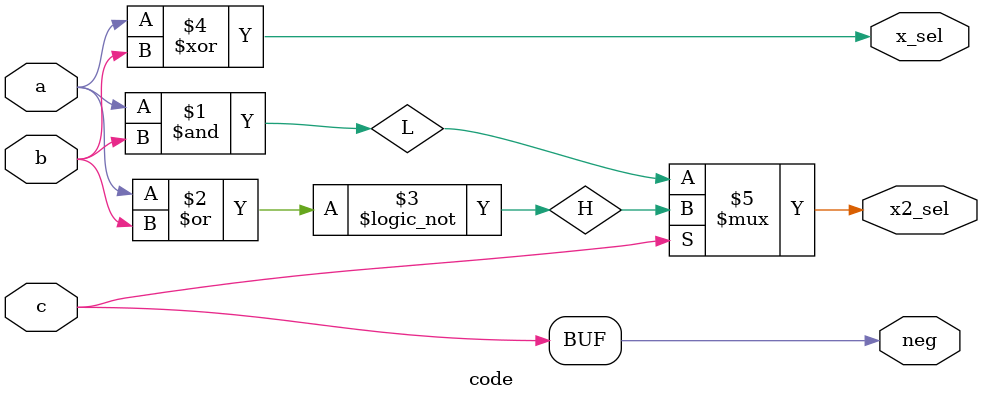
<source format=v>
module code(a,b,c,x_sel,x2_sel,neg);
input a,b,c;
output x_sel,x2_sel,neg;

wire L,H;
assign L = a&b;
assign H = !(a|b);
assign x_sel = a^b;
assign x2_sel = c? H:L;
assign neg = c;

endmodule

</source>
